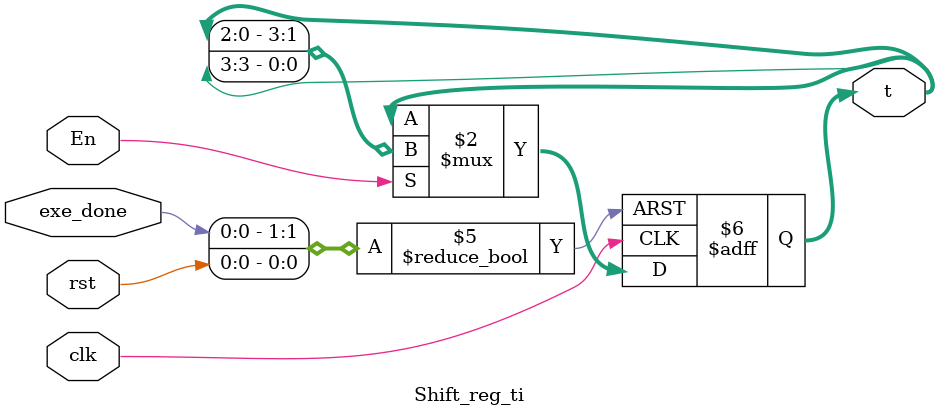
<source format=v>
`timescale 1ns / 1ps



module Shift_reg_ti(
    input wire clk,
    input wire rst,         // Global asynchronous reset (highest priority)
    input wire En,          // Enable for shifting
    input wire exe_done,   //halts shifting when instruction complete
    output reg [3:0] t
    );

    always @(posedge clk or posedge rst or posedge exe_done) begin
        if (rst) begin 
            t <= 4'b0001;
        end
        else if (exe_done) begin
           t <= 4'b0001;     
        end            
        else if (En) begin

           t <= {t[2:0], t[3]}; // Shift
        end
    end
endmodule

</source>
